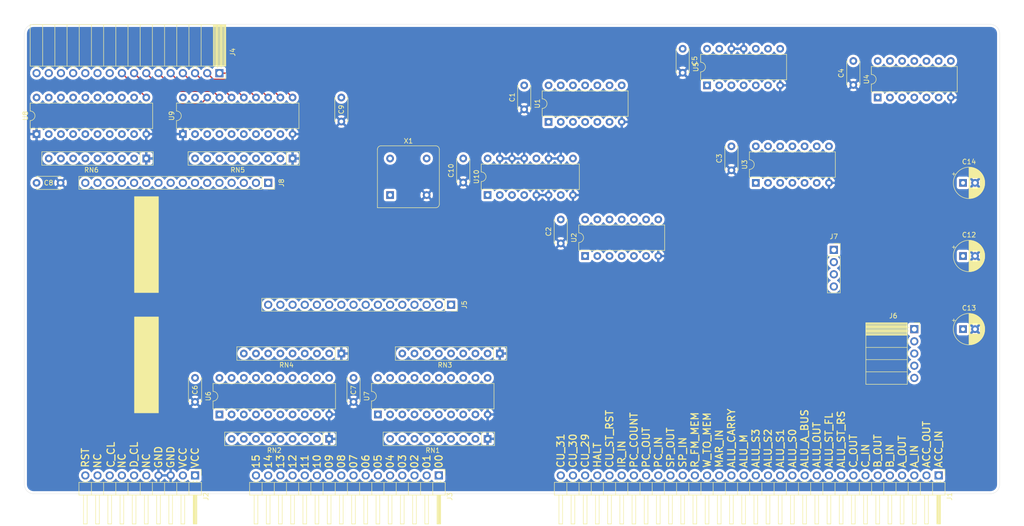
<source format=kicad_pcb>
(kicad_pcb (version 20171130) (host pcbnew "(5.1.5)-3")
  (layers (0 F.Cu signal) (31 B.Cu signal) (34 B.Paste user) (35 F.Paste user) (36 B.SilkS user) (37 F.SilkS user) (38 B.Mask user) (39 F.Mask user) (44 Edge.Cuts user))
  (net 0 "")
  (net 1 GND)
  (net 2 VCC)
  (net 3 /CU_31)
  (net 4 /CU_30)
  (net 5 /CU_29)
  (net 6 /HALT)
  (net 7 /CU_ST_RST)
  (net 8 /IR_IN)
  (net 9 /PC_COUNT)
  (net 10 /PC_OUT)
  (net 11 /PC_IN)
  (net 12 /SP_OUT)
  (net 13 /SP_IN)
  (net 14 /R_FM_MEM)
  (net 15 /W_TO_MEM)
  (net 16 /MAR_IN)
  (net 17 /ALU_CARRY)
  (net 18 /ALU_M)
  (net 19 /ALU_S3)
  (net 20 /ALU_S2)
  (net 21 /ALU_S1)
  (net 22 /ALU_S0)
  (net 23 /ALU_A_BUS)
  (net 24 /ALU_OUT)
  (net 25 /ALU_ST_FL)
  (net 26 /ALU_ST_RS)
  (net 27 /C_OUT)
  (net 28 /C_IN)
  (net 29 /B_OUT)
  (net 30 /B_IN)
  (net 31 /A_OUT)
  (net 32 /A_IN)
  (net 33 /ACC_OUT)
  (net 34 /ACC_IN)
  (net 35 "Net-(J2-Pad5)")
  (net 36 /DATA_CLK)
  (net 37 "Net-(J2-Pad7)")
  (net 38 /CTL_CLK)
  (net 39 "Net-(J2-Pad9)")
  (net 40 /RESET)
  (net 41 /BUS_00)
  (net 42 /BUS_01)
  (net 43 /BUS_02)
  (net 44 /BUS_03)
  (net 45 /BUS_04)
  (net 46 /BUS_05)
  (net 47 /BUS_06)
  (net 48 /BUS_07)
  (net 49 /BUS_08)
  (net 50 /BUS_09)
  (net 51 /BUS_10)
  (net 52 /BUS_11)
  (net 53 /BUS_12)
  (net 54 /BUS_13)
  (net 55 /BUS_14)
  (net 56 /BUS_15)
  (net 57 /MAR_15)
  (net 58 /MAR_14)
  (net 59 /MAR_13)
  (net 60 /MAR_12)
  (net 61 /MAR_11)
  (net 62 /MAR_10)
  (net 63 /MAR_09)
  (net 64 /MAR_08)
  (net 65 /MAR_07)
  (net 66 /MAR_06)
  (net 67 /MAR_05)
  (net 68 /MAR_04)
  (net 69 /MAR_03)
  (net 70 /MAR_02)
  (net 71 /MAR_01)
  (net 72 /MAR_00)
  (net 73 /EXT_ADDR_15)
  (net 74 /EXT_ADDR_14)
  (net 75 /EXT_ADDR_13)
  (net 76 /EXT_ADDR_12)
  (net 77 /EXT_ADDR_11)
  (net 78 /EXT_ADDR_10)
  (net 79 /EXT_ADDR_09)
  (net 80 /EXT_ADDR_08)
  (net 81 /EXT_ADDR_07)
  (net 82 /EXT_ADDR_06)
  (net 83 /EXT_ADDR_05)
  (net 84 /EXT_ADDR_04)
  (net 85 /EXT_ADDR_03)
  (net 86 /EXT_ADDR_02)
  (net 87 /EXT_ADDR_01)
  (net 88 /EXT_ADDR_00)
  (net 89 /CLK_ENABLE)
  (net 90 /EXT_BUS_15)
  (net 91 /EXT_BUS_14)
  (net 92 /EXT_BUS_13)
  (net 93 /EXT_BUS_12)
  (net 94 /EXT_BUS_11)
  (net 95 /EXT_BUS_10)
  (net 96 /EXT_BUS_09)
  (net 97 /EXT_BUS_08)
  (net 98 /EXT_BUS_07)
  (net 99 /EXT_BUS_06)
  (net 100 /EXT_BUS_05)
  (net 101 /EXT_BUS_04)
  (net 102 /EXT_BUS_03)
  (net 103 /EXT_BUS_02)
  (net 104 /EXT_BUS_01)
  (net 105 /EXT_BUS_00)
  (net 106 "Net-(U1-Pad10)")
  (net 107 /SCE_IN)
  (net 108 /SCE_OUT)
  (net 109 "Net-(U1-Pad9)")
  (net 110 "Net-(U3-Pad3)")
  (net 111 "Net-(U5-Pad1)")
  (net 112 /EXT_CLK_IN)
  (net 113 /ENABLE_ADDRESS_BUS_OUTPUT)
  (net 114 /ENABLE_DATA_BUS_OUTPUT)
  (net 115 /CLOCK_SEL)
  (net 116 /W_TO_MEM_SAFE)
  (net 117 /R_FM_MEM_SAFE)
  (net 118 "Net-(U1-Pad13)")
  (net 119 "Net-(U1-Pad5)")
  (net 120 "Net-(U1-Pad11)")
  (net 121 "Net-(U1-Pad1)")
  (net 122 /CHOSEN_CLOCK)
  (net 123 "Net-(U2-Pad6)")
  (net 124 "Net-(U2-Pad2)")
  (net 125 /~ENABLE_ADDRESS_BUS_OUTPUT)
  (net 126 "Net-(U4-Pad13)")
  (net 127 "Net-(U4-Pad10)")
  (net 128 "Net-(U5-Pad13)")
  (net 129 /CRYSTAL)
  (net 130 "Net-(U1-Pad2)")
  (net 131 "Net-(U4-Pad6)")
  (net 132 "Net-(U10-Pad7)")
  (net 133 "Net-(U10-Pad12)")
  (net 134 "Net-(U10-Pad9)")
  (module Oscillator:Oscillator_DIP-8 (layer F.Cu) (at 127 86.36)
    (fp_text reference X1 (at 3.81 -11.26) (layer F.SilkS))
    (fp_text value CXO_DIP8)
    (pad 4 thru_hole circle (at 7.62 0) (size 1.6 1.6) (drill 0.8) (layers *.Cu *.Mask) (net 1 GND))
    (pad 5 thru_hole circle (at 7.62 -7.62) (size 1.6 1.6) (drill 0.8) (layers *.Cu *.Mask) (net 129 /CRYSTAL))
    (pad 8 thru_hole circle (at 0 -7.62) (size 1.6 1.6) (drill 0.8) (layers *.Cu *.Mask) (net 2 VCC))
    (pad 1 thru_hole rect (at 0 0) (size 1.6 1.6) (drill 0.8) (layers *.Cu *.Mask) (net 2 VCC))
  )
  (module Package_DIP:DIP-16_W7.62mm (layer F.Cu) (at 147.32 86.36 90)
    (fp_text reference U10 (at 3.81 -2.33 90) (layer F.SilkS))
    (fp_text value 74HC157)
    (pad 16 thru_hole oval (at 7.62 0 90) (size 1.6 1.6) (drill 0.8) (layers *.Cu *.Mask) (net 2 VCC))
    (pad 8 thru_hole oval (at 0 17.78 90) (size 1.6 1.6) (drill 0.8) (layers *.Cu *.Mask) (net 1 GND))
    (pad 15 thru_hole oval (at 7.62 2.54 90) (size 1.6 1.6) (drill 0.8) (layers *.Cu *.Mask) (net 1 GND))
    (pad 7 thru_hole oval (at 0 15.24 90) (size 1.6 1.6) (drill 0.8) (layers *.Cu *.Mask) (net 132 "Net-(U10-Pad7)"))
    (pad 14 thru_hole oval (at 7.62 5.08 90) (size 1.6 1.6) (drill 0.8) (layers *.Cu *.Mask) (net 1 GND))
    (pad 6 thru_hole oval (at 0 12.7 90) (size 1.6 1.6) (drill 0.8) (layers *.Cu *.Mask) (net 1 GND))
    (pad 13 thru_hole oval (at 7.62 7.62 90) (size 1.6 1.6) (drill 0.8) (layers *.Cu *.Mask) (net 1 GND))
    (pad 5 thru_hole oval (at 0 10.16 90) (size 1.6 1.6) (drill 0.8) (layers *.Cu *.Mask) (net 1 GND))
    (pad 12 thru_hole oval (at 7.62 10.16 90) (size 1.6 1.6) (drill 0.8) (layers *.Cu *.Mask) (net 133 "Net-(U10-Pad12)"))
    (pad 4 thru_hole oval (at 0 7.62 90) (size 1.6 1.6) (drill 0.8) (layers *.Cu *.Mask) (net 122 /CHOSEN_CLOCK))
    (pad 11 thru_hole oval (at 7.62 12.7 90) (size 1.6 1.6) (drill 0.8) (layers *.Cu *.Mask) (net 1 GND))
    (pad 3 thru_hole oval (at 0 5.08 90) (size 1.6 1.6) (drill 0.8) (layers *.Cu *.Mask) (net 129 /CRYSTAL))
    (pad 10 thru_hole oval (at 7.62 15.24 90) (size 1.6 1.6) (drill 0.8) (layers *.Cu *.Mask) (net 1 GND))
    (pad 2 thru_hole oval (at 0 2.54 90) (size 1.6 1.6) (drill 0.8) (layers *.Cu *.Mask) (net 112 /EXT_CLK_IN))
    (pad 9 thru_hole oval (at 7.62 17.78 90) (size 1.6 1.6) (drill 0.8) (layers *.Cu *.Mask) (net 134 "Net-(U10-Pad9)"))
    (pad 1 thru_hole rect (at 0 0 90) (size 1.6 1.6) (drill 0.8) (layers *.Cu *.Mask) (net 115 /CLOCK_SEL))
  )
  (module Package_DIP:DIP-20_W7.62mm (layer F.Cu) (at 83.82 73.66 90)
    (fp_text reference U9 (at 3.81 -2.33 90) (layer F.SilkS))
    (fp_text value 74HC245)
    (pad 20 thru_hole oval (at 7.62 0 90) (size 1.6 1.6) (drill 0.8) (layers *.Cu *.Mask) (net 2 VCC))
    (pad 10 thru_hole oval (at 0 22.86 90) (size 1.6 1.6) (drill 0.8) (layers *.Cu *.Mask) (net 1 GND))
    (pad 19 thru_hole oval (at 7.62 2.54 90) (size 1.6 1.6) (drill 0.8) (layers *.Cu *.Mask) (net 125 /~ENABLE_ADDRESS_BUS_OUTPUT))
    (pad 9 thru_hole oval (at 0 20.32 90) (size 1.6 1.6) (drill 0.8) (layers *.Cu *.Mask) (net 88 /EXT_ADDR_00))
    (pad 18 thru_hole oval (at 7.62 5.08 90) (size 1.6 1.6) (drill 0.8) (layers *.Cu *.Mask) (net 65 /MAR_07))
    (pad 8 thru_hole oval (at 0 17.78 90) (size 1.6 1.6) (drill 0.8) (layers *.Cu *.Mask) (net 87 /EXT_ADDR_01))
    (pad 17 thru_hole oval (at 7.62 7.62 90) (size 1.6 1.6) (drill 0.8) (layers *.Cu *.Mask) (net 66 /MAR_06))
    (pad 7 thru_hole oval (at 0 15.24 90) (size 1.6 1.6) (drill 0.8) (layers *.Cu *.Mask) (net 86 /EXT_ADDR_02))
    (pad 16 thru_hole oval (at 7.62 10.16 90) (size 1.6 1.6) (drill 0.8) (layers *.Cu *.Mask) (net 67 /MAR_05))
    (pad 6 thru_hole oval (at 0 12.7 90) (size 1.6 1.6) (drill 0.8) (layers *.Cu *.Mask) (net 85 /EXT_ADDR_03))
    (pad 15 thru_hole oval (at 7.62 12.7 90) (size 1.6 1.6) (drill 0.8) (layers *.Cu *.Mask) (net 68 /MAR_04))
    (pad 5 thru_hole oval (at 0 10.16 90) (size 1.6 1.6) (drill 0.8) (layers *.Cu *.Mask) (net 84 /EXT_ADDR_04))
    (pad 14 thru_hole oval (at 7.62 15.24 90) (size 1.6 1.6) (drill 0.8) (layers *.Cu *.Mask) (net 69 /MAR_03))
    (pad 4 thru_hole oval (at 0 7.62 90) (size 1.6 1.6) (drill 0.8) (layers *.Cu *.Mask) (net 83 /EXT_ADDR_05))
    (pad 13 thru_hole oval (at 7.62 17.78 90) (size 1.6 1.6) (drill 0.8) (layers *.Cu *.Mask) (net 70 /MAR_02))
    (pad 3 thru_hole oval (at 0 5.08 90) (size 1.6 1.6) (drill 0.8) (layers *.Cu *.Mask) (net 82 /EXT_ADDR_06))
    (pad 12 thru_hole oval (at 7.62 20.32 90) (size 1.6 1.6) (drill 0.8) (layers *.Cu *.Mask) (net 71 /MAR_01))
    (pad 2 thru_hole oval (at 0 2.54 90) (size 1.6 1.6) (drill 0.8) (layers *.Cu *.Mask) (net 81 /EXT_ADDR_07))
    (pad 11 thru_hole oval (at 7.62 22.86 90) (size 1.6 1.6) (drill 0.8) (layers *.Cu *.Mask) (net 72 /MAR_00))
    (pad 1 thru_hole rect (at 0 0 90) (size 1.6 1.6) (drill 0.8) (layers *.Cu *.Mask) (net 1 GND))
  )
  (module Package_DIP:DIP-20_W7.62mm (layer F.Cu) (at 53.34 73.66 90)
    (fp_text reference U8 (at 3.81 -2.33 90) (layer F.SilkS))
    (fp_text value 74HC245)
    (pad 20 thru_hole oval (at 7.62 0 90) (size 1.6 1.6) (drill 0.8) (layers *.Cu *.Mask) (net 2 VCC))
    (pad 10 thru_hole oval (at 0 22.86 90) (size 1.6 1.6) (drill 0.8) (layers *.Cu *.Mask) (net 1 GND))
    (pad 19 thru_hole oval (at 7.62 2.54 90) (size 1.6 1.6) (drill 0.8) (layers *.Cu *.Mask) (net 125 /~ENABLE_ADDRESS_BUS_OUTPUT))
    (pad 9 thru_hole oval (at 0 20.32 90) (size 1.6 1.6) (drill 0.8) (layers *.Cu *.Mask) (net 80 /EXT_ADDR_08))
    (pad 18 thru_hole oval (at 7.62 5.08 90) (size 1.6 1.6) (drill 0.8) (layers *.Cu *.Mask) (net 57 /MAR_15))
    (pad 8 thru_hole oval (at 0 17.78 90) (size 1.6 1.6) (drill 0.8) (layers *.Cu *.Mask) (net 79 /EXT_ADDR_09))
    (pad 17 thru_hole oval (at 7.62 7.62 90) (size 1.6 1.6) (drill 0.8) (layers *.Cu *.Mask) (net 58 /MAR_14))
    (pad 7 thru_hole oval (at 0 15.24 90) (size 1.6 1.6) (drill 0.8) (layers *.Cu *.Mask) (net 78 /EXT_ADDR_10))
    (pad 16 thru_hole oval (at 7.62 10.16 90) (size 1.6 1.6) (drill 0.8) (layers *.Cu *.Mask) (net 59 /MAR_13))
    (pad 6 thru_hole oval (at 0 12.7 90) (size 1.6 1.6) (drill 0.8) (layers *.Cu *.Mask) (net 77 /EXT_ADDR_11))
    (pad 15 thru_hole oval (at 7.62 12.7 90) (size 1.6 1.6) (drill 0.8) (layers *.Cu *.Mask) (net 60 /MAR_12))
    (pad 5 thru_hole oval (at 0 10.16 90) (size 1.6 1.6) (drill 0.8) (layers *.Cu *.Mask) (net 76 /EXT_ADDR_12))
    (pad 14 thru_hole oval (at 7.62 15.24 90) (size 1.6 1.6) (drill 0.8) (layers *.Cu *.Mask) (net 61 /MAR_11))
    (pad 4 thru_hole oval (at 0 7.62 90) (size 1.6 1.6) (drill 0.8) (layers *.Cu *.Mask) (net 75 /EXT_ADDR_13))
    (pad 13 thru_hole oval (at 7.62 17.78 90) (size 1.6 1.6) (drill 0.8) (layers *.Cu *.Mask) (net 62 /MAR_10))
    (pad 3 thru_hole oval (at 0 5.08 90) (size 1.6 1.6) (drill 0.8) (layers *.Cu *.Mask) (net 74 /EXT_ADDR_14))
    (pad 12 thru_hole oval (at 7.62 20.32 90) (size 1.6 1.6) (drill 0.8) (layers *.Cu *.Mask) (net 63 /MAR_09))
    (pad 2 thru_hole oval (at 0 2.54 90) (size 1.6 1.6) (drill 0.8) (layers *.Cu *.Mask) (net 73 /EXT_ADDR_15))
    (pad 11 thru_hole oval (at 7.62 22.86 90) (size 1.6 1.6) (drill 0.8) (layers *.Cu *.Mask) (net 64 /MAR_08))
    (pad 1 thru_hole rect (at 0 0 90) (size 1.6 1.6) (drill 0.8) (layers *.Cu *.Mask) (net 1 GND))
  )
  (module Package_DIP:DIP-20_W7.62mm (layer F.Cu) (at 124.46 132.08 90)
    (fp_text reference U7 (at 3.81 -2.33 90) (layer F.SilkS))
    (fp_text value 74HC245)
    (pad 20 thru_hole oval (at 7.62 0 90) (size 1.6 1.6) (drill 0.8) (layers *.Cu *.Mask) (net 2 VCC))
    (pad 10 thru_hole oval (at 0 22.86 90) (size 1.6 1.6) (drill 0.8) (layers *.Cu *.Mask) (net 1 GND))
    (pad 19 thru_hole oval (at 7.62 2.54 90) (size 1.6 1.6) (drill 0.8) (layers *.Cu *.Mask) (net 111 "Net-(U5-Pad1)"))
    (pad 9 thru_hole oval (at 0 20.32 90) (size 1.6 1.6) (drill 0.8) (layers *.Cu *.Mask) (net 41 /BUS_00))
    (pad 18 thru_hole oval (at 7.62 5.08 90) (size 1.6 1.6) (drill 0.8) (layers *.Cu *.Mask) (net 98 /EXT_BUS_07))
    (pad 8 thru_hole oval (at 0 17.78 90) (size 1.6 1.6) (drill 0.8) (layers *.Cu *.Mask) (net 42 /BUS_01))
    (pad 17 thru_hole oval (at 7.62 7.62 90) (size 1.6 1.6) (drill 0.8) (layers *.Cu *.Mask) (net 99 /EXT_BUS_06))
    (pad 7 thru_hole oval (at 0 15.24 90) (size 1.6 1.6) (drill 0.8) (layers *.Cu *.Mask) (net 43 /BUS_02))
    (pad 16 thru_hole oval (at 7.62 10.16 90) (size 1.6 1.6) (drill 0.8) (layers *.Cu *.Mask) (net 100 /EXT_BUS_05))
    (pad 6 thru_hole oval (at 0 12.7 90) (size 1.6 1.6) (drill 0.8) (layers *.Cu *.Mask) (net 44 /BUS_03))
    (pad 15 thru_hole oval (at 7.62 12.7 90) (size 1.6 1.6) (drill 0.8) (layers *.Cu *.Mask) (net 101 /EXT_BUS_04))
    (pad 5 thru_hole oval (at 0 10.16 90) (size 1.6 1.6) (drill 0.8) (layers *.Cu *.Mask) (net 45 /BUS_04))
    (pad 14 thru_hole oval (at 7.62 15.24 90) (size 1.6 1.6) (drill 0.8) (layers *.Cu *.Mask) (net 102 /EXT_BUS_03))
    (pad 4 thru_hole oval (at 0 7.62 90) (size 1.6 1.6) (drill 0.8) (layers *.Cu *.Mask) (net 46 /BUS_05))
    (pad 13 thru_hole oval (at 7.62 17.78 90) (size 1.6 1.6) (drill 0.8) (layers *.Cu *.Mask) (net 103 /EXT_BUS_02))
    (pad 3 thru_hole oval (at 0 5.08 90) (size 1.6 1.6) (drill 0.8) (layers *.Cu *.Mask) (net 47 /BUS_06))
    (pad 12 thru_hole oval (at 7.62 20.32 90) (size 1.6 1.6) (drill 0.8) (layers *.Cu *.Mask) (net 104 /EXT_BUS_01))
    (pad 2 thru_hole oval (at 0 2.54 90) (size 1.6 1.6) (drill 0.8) (layers *.Cu *.Mask) (net 48 /BUS_07))
    (pad 11 thru_hole oval (at 7.62 22.86 90) (size 1.6 1.6) (drill 0.8) (layers *.Cu *.Mask) (net 105 /EXT_BUS_00))
    (pad 1 thru_hole rect (at 0 0 90) (size 1.6 1.6) (drill 0.8) (layers *.Cu *.Mask) (net 116 /W_TO_MEM_SAFE))
  )
  (module Package_DIP:DIP-20_W7.62mm (layer F.Cu) (at 91.44 132.08 90)
    (fp_text reference U6 (at 3.81 -2.33 90) (layer F.SilkS))
    (fp_text value 74HC245)
    (pad 20 thru_hole oval (at 7.62 0 90) (size 1.6 1.6) (drill 0.8) (layers *.Cu *.Mask) (net 2 VCC))
    (pad 10 thru_hole oval (at 0 22.86 90) (size 1.6 1.6) (drill 0.8) (layers *.Cu *.Mask) (net 1 GND))
    (pad 19 thru_hole oval (at 7.62 2.54 90) (size 1.6 1.6) (drill 0.8) (layers *.Cu *.Mask) (net 111 "Net-(U5-Pad1)"))
    (pad 9 thru_hole oval (at 0 20.32 90) (size 1.6 1.6) (drill 0.8) (layers *.Cu *.Mask) (net 49 /BUS_08))
    (pad 18 thru_hole oval (at 7.62 5.08 90) (size 1.6 1.6) (drill 0.8) (layers *.Cu *.Mask) (net 90 /EXT_BUS_15))
    (pad 8 thru_hole oval (at 0 17.78 90) (size 1.6 1.6) (drill 0.8) (layers *.Cu *.Mask) (net 50 /BUS_09))
    (pad 17 thru_hole oval (at 7.62 7.62 90) (size 1.6 1.6) (drill 0.8) (layers *.Cu *.Mask) (net 91 /EXT_BUS_14))
    (pad 7 thru_hole oval (at 0 15.24 90) (size 1.6 1.6) (drill 0.8) (layers *.Cu *.Mask) (net 51 /BUS_10))
    (pad 16 thru_hole oval (at 7.62 10.16 90) (size 1.6 1.6) (drill 0.8) (layers *.Cu *.Mask) (net 92 /EXT_BUS_13))
    (pad 6 thru_hole oval (at 0 12.7 90) (size 1.6 1.6) (drill 0.8) (layers *.Cu *.Mask) (net 52 /BUS_11))
    (pad 15 thru_hole oval (at 7.62 12.7 90) (size 1.6 1.6) (drill 0.8) (layers *.Cu *.Mask) (net 93 /EXT_BUS_12))
    (pad 5 thru_hole oval (at 0 10.16 90) (size 1.6 1.6) (drill 0.8) (layers *.Cu *.Mask) (net 53 /BUS_12))
    (pad 14 thru_hole oval (at 7.62 15.24 90) (size 1.6 1.6) (drill 0.8) (layers *.Cu *.Mask) (net 94 /EXT_BUS_11))
    (pad 4 thru_hole oval (at 0 7.62 90) (size 1.6 1.6) (drill 0.8) (layers *.Cu *.Mask) (net 54 /BUS_13))
    (pad 13 thru_hole oval (at 7.62 17.78 90) (size 1.6 1.6) (drill 0.8) (layers *.Cu *.Mask) (net 95 /EXT_BUS_10))
    (pad 3 thru_hole oval (at 0 5.08 90) (size 1.6 1.6) (drill 0.8) (layers *.Cu *.Mask) (net 55 /BUS_14))
    (pad 12 thru_hole oval (at 7.62 20.32 90) (size 1.6 1.6) (drill 0.8) (layers *.Cu *.Mask) (net 96 /EXT_BUS_09))
    (pad 2 thru_hole oval (at 0 2.54 90) (size 1.6 1.6) (drill 0.8) (layers *.Cu *.Mask) (net 56 /BUS_15))
    (pad 11 thru_hole oval (at 7.62 22.86 90) (size 1.6 1.6) (drill 0.8) (layers *.Cu *.Mask) (net 97 /EXT_BUS_08))
    (pad 1 thru_hole rect (at 0 0 90) (size 1.6 1.6) (drill 0.8) (layers *.Cu *.Mask) (net 116 /W_TO_MEM_SAFE))
  )
  (module Package_DIP:DIP-14_W7.62mm (layer F.Cu) (at 193.04 63.5 90)
    (fp_text reference U5 (at 3.81 -2.33 90) (layer F.SilkS))
    (fp_text value 74HC02)
    (pad 14 thru_hole oval (at 7.62 0 90) (size 1.6 1.6) (drill 0.8) (layers *.Cu *.Mask) (net 2 VCC))
    (pad 7 thru_hole oval (at 0 15.24 90) (size 1.6 1.6) (drill 0.8) (layers *.Cu *.Mask) (net 1 GND))
    (pad 13 thru_hole oval (at 7.62 2.54 90) (size 1.6 1.6) (drill 0.8) (layers *.Cu *.Mask) (net 128 "Net-(U5-Pad13)"))
    (pad 6 thru_hole oval (at 0 12.7 90) (size 1.6 1.6) (drill 0.8) (layers *.Cu *.Mask) (net 15 /W_TO_MEM))
    (pad 12 thru_hole oval (at 7.62 5.08 90) (size 1.6 1.6) (drill 0.8) (layers *.Cu *.Mask) (net 1 GND))
    (pad 5 thru_hole oval (at 0 10.16 90) (size 1.6 1.6) (drill 0.8) (layers *.Cu *.Mask) (net 15 /W_TO_MEM))
    (pad 11 thru_hole oval (at 7.62 7.62 90) (size 1.6 1.6) (drill 0.8) (layers *.Cu *.Mask) (net 1 GND))
    (pad 4 thru_hole oval (at 0 7.62 90) (size 1.6 1.6) (drill 0.8) (layers *.Cu *.Mask) (net 126 "Net-(U4-Pad13)"))
    (pad 10 thru_hole oval (at 7.62 10.16 90) (size 1.6 1.6) (drill 0.8) (layers *.Cu *.Mask) (net 127 "Net-(U4-Pad10)"))
    (pad 3 thru_hole oval (at 0 5.08 90) (size 1.6 1.6) (drill 0.8) (layers *.Cu *.Mask) (net 131 "Net-(U4-Pad6)"))
    (pad 9 thru_hole oval (at 7.62 12.7 90) (size 1.6 1.6) (drill 0.8) (layers *.Cu *.Mask) (net 14 /R_FM_MEM))
    (pad 2 thru_hole oval (at 0 2.54 90) (size 1.6 1.6) (drill 0.8) (layers *.Cu *.Mask) (net 117 /R_FM_MEM_SAFE))
    (pad 8 thru_hole oval (at 7.62 15.24 90) (size 1.6 1.6) (drill 0.8) (layers *.Cu *.Mask) (net 14 /R_FM_MEM))
    (pad 1 thru_hole rect (at 0 0 90) (size 1.6 1.6) (drill 0.8) (layers *.Cu *.Mask) (net 111 "Net-(U5-Pad1)"))
  )
  (module Package_DIP:DIP-14_W7.62mm (layer F.Cu) (at 228.6 66.04 90)
    (fp_text reference U4 (at 3.81 -2.33 90) (layer F.SilkS))
    (fp_text value 74HC08)
    (pad 14 thru_hole oval (at 7.62 0 90) (size 1.6 1.6) (drill 0.8) (layers *.Cu *.Mask) (net 2 VCC))
    (pad 7 thru_hole oval (at 0 15.24 90) (size 1.6 1.6) (drill 0.8) (layers *.Cu *.Mask) (net 1 GND))
    (pad 13 thru_hole oval (at 7.62 2.54 90) (size 1.6 1.6) (drill 0.8) (layers *.Cu *.Mask) (net 126 "Net-(U4-Pad13)"))
    (pad 6 thru_hole oval (at 0 12.7 90) (size 1.6 1.6) (drill 0.8) (layers *.Cu *.Mask) (net 131 "Net-(U4-Pad6)"))
    (pad 12 thru_hole oval (at 7.62 5.08 90) (size 1.6 1.6) (drill 0.8) (layers *.Cu *.Mask) (net 14 /R_FM_MEM))
    (pad 5 thru_hole oval (at 0 10.16 90) (size 1.6 1.6) (drill 0.8) (layers *.Cu *.Mask) (net 114 /ENABLE_DATA_BUS_OUTPUT))
    (pad 11 thru_hole oval (at 7.62 7.62 90) (size 1.6 1.6) (drill 0.8) (layers *.Cu *.Mask) (net 117 /R_FM_MEM_SAFE))
    (pad 4 thru_hole oval (at 0 7.62 90) (size 1.6 1.6) (drill 0.8) (layers *.Cu *.Mask) (net 116 /W_TO_MEM_SAFE))
    (pad 10 thru_hole oval (at 7.62 10.16 90) (size 1.6 1.6) (drill 0.8) (layers *.Cu *.Mask) (net 127 "Net-(U4-Pad10)"))
    (pad 3 thru_hole oval (at 0 5.08 90) (size 1.6 1.6) (drill 0.8) (layers *.Cu *.Mask) (net 36 /DATA_CLK))
    (pad 9 thru_hole oval (at 7.62 12.7 90) (size 1.6 1.6) (drill 0.8) (layers *.Cu *.Mask) (net 15 /W_TO_MEM))
    (pad 2 thru_hole oval (at 0 2.54 90) (size 1.6 1.6) (drill 0.8) (layers *.Cu *.Mask) (net 122 /CHOSEN_CLOCK))
    (pad 8 thru_hole oval (at 7.62 15.24 90) (size 1.6 1.6) (drill 0.8) (layers *.Cu *.Mask) (net 116 /W_TO_MEM_SAFE))
    (pad 1 thru_hole rect (at 0 0 90) (size 1.6 1.6) (drill 0.8) (layers *.Cu *.Mask) (net 120 "Net-(U1-Pad11)"))
  )
  (module Package_DIP:DIP-14_W7.62mm (layer F.Cu) (at 203.2 83.82 90)
    (fp_text reference U3 (at 3.81 -2.33 90) (layer F.SilkS))
    (fp_text value 74HC08)
    (pad 14 thru_hole oval (at 7.62 0 90) (size 1.6 1.6) (drill 0.8) (layers *.Cu *.Mask) (net 2 VCC))
    (pad 7 thru_hole oval (at 0 15.24 90) (size 1.6 1.6) (drill 0.8) (layers *.Cu *.Mask) (net 1 GND))
    (pad 13 thru_hole oval (at 7.62 2.54 90) (size 1.6 1.6) (drill 0.8) (layers *.Cu *.Mask) (net 109 "Net-(U1-Pad9)"))
    (pad 6 thru_hole oval (at 0 12.7 90) (size 1.6 1.6) (drill 0.8) (layers *.Cu *.Mask) (net 107 /SCE_IN))
    (pad 12 thru_hole oval (at 7.62 5.08 90) (size 1.6 1.6) (drill 0.8) (layers *.Cu *.Mask) (net 130 "Net-(U1-Pad2)"))
    (pad 5 thru_hole oval (at 0 10.16 90) (size 1.6 1.6) (drill 0.8) (layers *.Cu *.Mask) (net 123 "Net-(U2-Pad6)"))
    (pad 11 thru_hole oval (at 7.62 7.62 90) (size 1.6 1.6) (drill 0.8) (layers *.Cu *.Mask) (net 119 "Net-(U1-Pad5)"))
    (pad 4 thru_hole oval (at 0 7.62 90) (size 1.6 1.6) (drill 0.8) (layers *.Cu *.Mask) (net 110 "Net-(U3-Pad3)"))
    (pad 10 thru_hole oval (at 7.62 10.16 90) (size 1.6 1.6) (drill 0.8) (layers *.Cu *.Mask) (net 122 /CHOSEN_CLOCK))
    (pad 3 thru_hole oval (at 0 5.08 90) (size 1.6 1.6) (drill 0.8) (layers *.Cu *.Mask) (net 110 "Net-(U3-Pad3)"))
    (pad 9 thru_hole oval (at 7.62 12.7 90) (size 1.6 1.6) (drill 0.8) (layers *.Cu *.Mask) (net 121 "Net-(U1-Pad1)"))
    (pad 2 thru_hole oval (at 0 2.54 90) (size 1.6 1.6) (drill 0.8) (layers *.Cu *.Mask) (net 89 /CLK_ENABLE))
    (pad 8 thru_hole oval (at 7.62 15.24 90) (size 1.6 1.6) (drill 0.8) (layers *.Cu *.Mask) (net 108 /SCE_OUT))
    (pad 1 thru_hole rect (at 0 0 90) (size 1.6 1.6) (drill 0.8) (layers *.Cu *.Mask) (net 124 "Net-(U2-Pad2)"))
  )
  (module Package_DIP:DIP-14_W7.62mm (layer F.Cu) (at 167.64 99.06 90)
    (fp_text reference U2 (at 3.81 -2.33 90) (layer F.SilkS))
    (fp_text value 74HC04)
    (pad 14 thru_hole oval (at 7.62 0 90) (size 1.6 1.6) (drill 0.8) (layers *.Cu *.Mask) (net 2 VCC))
    (pad 7 thru_hole oval (at 0 15.24 90) (size 1.6 1.6) (drill 0.8) (layers *.Cu *.Mask) (net 1 GND))
    (pad 13 thru_hole oval (at 7.62 2.54 90) (size 1.6 1.6) (drill 0.8) (layers *.Cu *.Mask) (net 122 /CHOSEN_CLOCK))
    (pad 6 thru_hole oval (at 0 12.7 90) (size 1.6 1.6) (drill 0.8) (layers *.Cu *.Mask) (net 123 "Net-(U2-Pad6)"))
    (pad 12 thru_hole oval (at 7.62 5.08 90) (size 1.6 1.6) (drill 0.8) (layers *.Cu *.Mask) (net 109 "Net-(U1-Pad9)"))
    (pad 5 thru_hole oval (at 0 10.16 90) (size 1.6 1.6) (drill 0.8) (layers *.Cu *.Mask) (net 40 /RESET))
    (pad 11 thru_hole oval (at 7.62 7.62 90) (size 1.6 1.6) (drill 0.8) (layers *.Cu *.Mask) (net 107 /SCE_IN))
    (pad 4 thru_hole oval (at 0 7.62 90) (size 1.6 1.6) (drill 0.8) (layers *.Cu *.Mask) (net 38 /CTL_CLK))
    (pad 10 thru_hole oval (at 7.62 10.16 90) (size 1.6 1.6) (drill 0.8) (layers *.Cu *.Mask) (net 130 "Net-(U1-Pad2)"))
    (pad 3 thru_hole oval (at 0 5.08 90) (size 1.6 1.6) (drill 0.8) (layers *.Cu *.Mask) (net 36 /DATA_CLK))
    (pad 9 thru_hole oval (at 7.62 12.7 90) (size 1.6 1.6) (drill 0.8) (layers *.Cu *.Mask) (net 113 /ENABLE_ADDRESS_BUS_OUTPUT))
    (pad 2 thru_hole oval (at 0 2.54 90) (size 1.6 1.6) (drill 0.8) (layers *.Cu *.Mask) (net 124 "Net-(U2-Pad2)"))
    (pad 8 thru_hole oval (at 7.62 15.24 90) (size 1.6 1.6) (drill 0.8) (layers *.Cu *.Mask) (net 125 /~ENABLE_ADDRESS_BUS_OUTPUT))
    (pad 1 thru_hole rect (at 0 0 90) (size 1.6 1.6) (drill 0.8) (layers *.Cu *.Mask) (net 6 /HALT))
  )
  (module Package_DIP:DIP-14_W7.62mm (layer F.Cu) (at 160.02 71.12 90)
    (fp_text reference U1 (at 3.81 -2.33 90) (layer F.SilkS))
    (fp_text value 74HC02)
    (pad 14 thru_hole oval (at 7.62 0 90) (size 1.6 1.6) (drill 0.8) (layers *.Cu *.Mask) (net 2 VCC))
    (pad 7 thru_hole oval (at 0 15.24 90) (size 1.6 1.6) (drill 0.8) (layers *.Cu *.Mask) (net 1 GND))
    (pad 13 thru_hole oval (at 7.62 2.54 90) (size 1.6 1.6) (drill 0.8) (layers *.Cu *.Mask) (net 118 "Net-(U1-Pad13)"))
    (pad 6 thru_hole oval (at 0 12.7 90) (size 1.6 1.6) (drill 0.8) (layers *.Cu *.Mask) (net 118 "Net-(U1-Pad13)"))
    (pad 12 thru_hole oval (at 7.62 5.08 90) (size 1.6 1.6) (drill 0.8) (layers *.Cu *.Mask) (net 108 /SCE_OUT))
    (pad 5 thru_hole oval (at 0 10.16 90) (size 1.6 1.6) (drill 0.8) (layers *.Cu *.Mask) (net 119 "Net-(U1-Pad5)"))
    (pad 11 thru_hole oval (at 7.62 7.62 90) (size 1.6 1.6) (drill 0.8) (layers *.Cu *.Mask) (net 120 "Net-(U1-Pad11)"))
    (pad 4 thru_hole oval (at 0 7.62 90) (size 1.6 1.6) (drill 0.8) (layers *.Cu *.Mask) (net 120 "Net-(U1-Pad11)"))
    (pad 10 thru_hole oval (at 7.62 10.16 90) (size 1.6 1.6) (drill 0.8) (layers *.Cu *.Mask) (net 106 "Net-(U1-Pad10)"))
    (pad 3 thru_hole oval (at 0 5.08 90) (size 1.6 1.6) (drill 0.8) (layers *.Cu *.Mask) (net 106 "Net-(U1-Pad10)"))
    (pad 9 thru_hole oval (at 7.62 12.7 90) (size 1.6 1.6) (drill 0.8) (layers *.Cu *.Mask) (net 109 "Net-(U1-Pad9)"))
    (pad 2 thru_hole oval (at 0 2.54 90) (size 1.6 1.6) (drill 0.8) (layers *.Cu *.Mask) (net 130 "Net-(U1-Pad2)"))
    (pad 8 thru_hole oval (at 7.62 15.24 90) (size 1.6 1.6) (drill 0.8) (layers *.Cu *.Mask) (net 121 "Net-(U1-Pad1)"))
    (pad 1 thru_hole rect (at 0 0 90) (size 1.6 1.6) (drill 0.8) (layers *.Cu *.Mask) (net 121 "Net-(U1-Pad1)"))
  )
  (module Connector_PinSocket_2.54mm:PinSocket_1x16_P2.54mm_Vertical (layer F.Cu) (at 101.6 83.82 270)
    (fp_text reference J8 (at 0 -2.77 90) (layer F.SilkS))
    (fp_text value EXT_ADDR)
    (pad 16 thru_hole oval (at 0 38.1 270) (size 1.7 1.7) (drill 1) (layers *.Cu *.Mask) (net 73 /EXT_ADDR_15))
    (pad 15 thru_hole oval (at 0 35.56 270) (size 1.7 1.7) (drill 1) (layers *.Cu *.Mask) (net 74 /EXT_ADDR_14))
    (pad 14 thru_hole oval (at 0 33.02 270) (size 1.7 1.7) (drill 1) (layers *.Cu *.Mask) (net 75 /EXT_ADDR_13))
    (pad 13 thru_hole oval (at 0 30.48 270) (size 1.7 1.7) (drill 1) (layers *.Cu *.Mask) (net 76 /EXT_ADDR_12))
    (pad 12 thru_hole oval (at 0 27.94 270) (size 1.7 1.7) (drill 1) (layers *.Cu *.Mask) (net 77 /EXT_ADDR_11))
    (pad 11 thru_hole oval (at 0 25.4 270) (size 1.7 1.7) (drill 1) (layers *.Cu *.Mask) (net 78 /EXT_ADDR_10))
    (pad 10 thru_hole oval (at 0 22.86 270) (size 1.7 1.7) (drill 1) (layers *.Cu *.Mask) (net 79 /EXT_ADDR_09))
    (pad 9 thru_hole oval (at 0 20.32 270) (size 1.7 1.7) (drill 1) (layers *.Cu *.Mask) (net 80 /EXT_ADDR_08))
    (pad 8 thru_hole oval (at 0 17.78 270) (size 1.7 1.7) (drill 1) (layers *.Cu *.Mask) (net 81 /EXT_ADDR_07))
    (pad 7 thru_hole oval (at 0 15.24 270) (size 1.7 1.7) (drill 1) (layers *.Cu *.Mask) (net 82 /EXT_ADDR_06))
    (pad 6 thru_hole oval (at 0 12.7 270) (size 1.7 1.7) (drill 1) (layers *.Cu *.Mask) (net 83 /EXT_ADDR_05))
    (pad 5 thru_hole oval (at 0 10.16 270) (size 1.7 1.7) (drill 1) (layers *.Cu *.Mask) (net 84 /EXT_ADDR_04))
    (pad 4 thru_hole oval (at 0 7.62 270) (size 1.7 1.7) (drill 1) (layers *.Cu *.Mask) (net 85 /EXT_ADDR_03))
    (pad 3 thru_hole oval (at 0 5.08 270) (size 1.7 1.7) (drill 1) (layers *.Cu *.Mask) (net 86 /EXT_ADDR_02))
    (pad 2 thru_hole oval (at 0 2.54 270) (size 1.7 1.7) (drill 1) (layers *.Cu *.Mask) (net 87 /EXT_ADDR_01))
    (pad 1 thru_hole rect (at 0 0 270) (size 1.7 1.7) (drill 1) (layers *.Cu *.Mask) (net 88 /EXT_ADDR_00))
  )
  (module Connector_PinSocket_2.54mm:PinSocket_1x04_P2.54mm_Vertical (layer F.Cu) (at 219.456 97.79)
    (fp_text reference J7 (at 0 -2.77) (layer F.SilkS))
    (fp_text value CLOCK_RWMEM_OUT)
    (pad 4 thru_hole oval (at 0 7.62) (size 1.7 1.7) (drill 1) (layers *.Cu *.Mask) (net 116 /W_TO_MEM_SAFE))
    (pad 3 thru_hole oval (at 0 5.08) (size 1.7 1.7) (drill 1) (layers *.Cu *.Mask) (net 117 /R_FM_MEM_SAFE))
    (pad 2 thru_hole oval (at 0 2.54) (size 1.7 1.7) (drill 1) (layers *.Cu *.Mask) (net 38 /CTL_CLK))
    (pad 1 thru_hole rect (at 0 0) (size 1.7 1.7) (drill 1) (layers *.Cu *.Mask) (net 36 /DATA_CLK))
  )
  (module Connector_PinSocket_2.54mm:PinSocket_1x16_P2.54mm_Vertical (layer F.Cu) (at 139.7 109.22 270)
    (fp_text reference J5 (at 0 -2.77 90) (layer F.SilkS))
    (fp_text value EXT_BUS)
    (pad 1 thru_hole rect (at 0 0 270) (size 1.7 1.7) (drill 1) (layers *.Cu *.Mask) (net 105 /EXT_BUS_00))
    (pad 2 thru_hole oval (at 0 2.54 270) (size 1.7 1.7) (drill 1) (layers *.Cu *.Mask) (net 104 /EXT_BUS_01))
    (pad 3 thru_hole oval (at 0 5.08 270) (size 1.7 1.7) (drill 1) (layers *.Cu *.Mask) (net 103 /EXT_BUS_02))
    (pad 4 thru_hole oval (at 0 7.62 270) (size 1.7 1.7) (drill 1) (layers *.Cu *.Mask) (net 102 /EXT_BUS_03))
    (pad 5 thru_hole oval (at 0 10.16 270) (size 1.7 1.7) (drill 1) (layers *.Cu *.Mask) (net 101 /EXT_BUS_04))
    (pad 6 thru_hole oval (at 0 12.7 270) (size 1.7 1.7) (drill 1) (layers *.Cu *.Mask) (net 100 /EXT_BUS_05))
    (pad 7 thru_hole oval (at 0 15.24 270) (size 1.7 1.7) (drill 1) (layers *.Cu *.Mask) (net 99 /EXT_BUS_06))
    (pad 8 thru_hole oval (at 0 17.78 270) (size 1.7 1.7) (drill 1) (layers *.Cu *.Mask) (net 98 /EXT_BUS_07))
    (pad 9 thru_hole oval (at 0 20.32 270) (size 1.7 1.7) (drill 1) (layers *.Cu *.Mask) (net 97 /EXT_BUS_08))
    (pad 10 thru_hole oval (at 0 22.86 270) (size 1.7 1.7) (drill 1) (layers *.Cu *.Mask) (net 96 /EXT_BUS_09))
    (pad 11 thru_hole oval (at 0 25.4 270) (size 1.7 1.7) (drill 1) (layers *.Cu *.Mask) (net 95 /EXT_BUS_10))
    (pad 12 thru_hole oval (at 0 27.94 270) (size 1.7 1.7) (drill 1) (layers *.Cu *.Mask) (net 94 /EXT_BUS_11))
    (pad 13 thru_hole oval (at 0 30.48 270) (size 1.7 1.7) (drill 1) (layers *.Cu *.Mask) (net 93 /EXT_BUS_12))
    (pad 14 thru_hole oval (at 0 33.02 270) (size 1.7 1.7) (drill 1) (layers *.Cu *.Mask) (net 92 /EXT_BUS_13))
    (pad 15 thru_hole oval (at 0 35.56 270) (size 1.7 1.7) (drill 1) (layers *.Cu *.Mask) (net 91 /EXT_BUS_14))
    (pad 16 thru_hole oval (at 0 38.1 270) (size 1.7 1.7) (drill 1) (layers *.Cu *.Mask) (net 90 /EXT_BUS_15))
  )
  (module sixteen-bit-computer:bus-connection (layer F.Cu) (at 137.16 144.78 270)
    (fp_text reference J3 (at 4.385 -2.27 90) (layer F.SilkS))
    (fp_text value Bus_connection)
    (fp_text user 00 (at -2.921 0 270) (layer F.SilkS) (effects (font (size 1.5 1.5) (thickness 0.25))))
    (fp_text user 01 (at -2.921 2.54 270) (layer F.SilkS) (effects (font (size 1.5 1.5) (thickness 0.25))))
    (fp_text user 02 (at -2.921 5.08 270) (layer F.SilkS) (effects (font (size 1.5 1.5) (thickness 0.25))))
    (fp_text user 03 (at -2.921 7.62 90) (layer F.SilkS) (effects (font (size 1.5 1.5) (thickness 0.25))))
    (fp_text user 04 (at -2.921 10.16 90) (layer F.SilkS) (effects (font (size 1.5 1.5) (thickness 0.25))))
    (fp_text user 05 (at -2.921 12.7 90) (layer F.SilkS) (effects (font (size 1.5 1.5) (thickness 0.25))))
    (fp_text user 06 (at -2.921 15.24 90) (layer F.SilkS) (effects (font (size 1.5 1.5) (thickness 0.25))))
    (fp_text user 07 (at -2.921 17.78 90) (layer F.SilkS) (effects (font (size 1.5 1.5) (thickness 0.25))))
    (fp_text user 08 (at -2.921 20.32 90) (layer F.SilkS) (effects (font (size 1.5 1.5) (thickness 0.25))))
    (fp_text user 09 (at -2.921 22.86 90) (layer F.SilkS) (effects (font (size 1.5 1.5) (thickness 0.25))))
    (fp_text user 10 (at -2.921 25.4 90) (layer F.SilkS) (effects (font (size 1.5 1.5) (thickness 0.25))))
    (fp_text user 11 (at -2.921 27.94 90) (layer F.SilkS) (effects (font (size 1.5 1.5) (thickness 0.25))))
    (fp_text user 12 (at -2.921 30.48 90) (layer F.SilkS) (effects (font (size 1.5 1.5) (thickness 0.25))))
    (fp_text user 13 (at -2.921 33.02 90) (layer F.SilkS) (effects (font (size 1.5 1.5) (thickness 0.25))))
    (fp_text user 14 (at -2.921 35.56 90) (layer F.SilkS) (effects (font (size 1.5 1.5) (thickness 0.25))))
    (fp_text user 15 (at -2.921 38.1 90) (layer F.SilkS) (effects (font (size 1.5 1.5) (thickness 0.25))))
    (pad 1 thru_hole rect (at 0 0 270) (size 1.7 1.7) (drill 1) (layers *.Cu *.Mask) (net 41 /BUS_00))
    (pad 2 thru_hole oval (at 0 2.54 270) (size 1.7 1.7) (drill 1) (layers *.Cu *.Mask) (net 42 /BUS_01))
    (pad 3 thru_hole oval (at 0 5.08 270) (size 1.7 1.7) (drill 1) (layers *.Cu *.Mask) (net 43 /BUS_02))
    (pad 4 thru_hole oval (at 0 7.62 270) (size 1.7 1.7) (drill 1) (layers *.Cu *.Mask) (net 44 /BUS_03))
    (pad 5 thru_hole oval (at 0 10.16 270) (size 1.7 1.7) (drill 1) (layers *.Cu *.Mask) (net 45 /BUS_04))
    (pad 6 thru_hole oval (at 0 12.7 270) (size 1.7 1.7) (drill 1) (layers *.Cu *.Mask) (net 46 /BUS_05))
    (pad 7 thru_hole oval (at 0 15.24 270) (size 1.7 1.7) (drill 1) (layers *.Cu *.Mask) (net 47 /BUS_06))
    (pad 8 thru_hole oval (at 0 17.78 270) (size 1.7 1.7) (drill 1) (layers *.Cu *.Mask) (net 48 /BUS_07))
    (pad 9 thru_hole oval (at 0 20.32 270) (size 1.7 1.7) (drill 1) (layers *.Cu *.Mask) (net 49 /BUS_08))
    (pad 10 thru_hole oval (at 0 22.86 270) (size 1.7 1.7) (drill 1) (layers *.Cu *.Mask) (net 50 /BUS_09))
    (pad 11 thru_hole oval (at 0 25.4 270) (size 1.7 1.7) (drill 1) (layers *.Cu *.Mask) (net 51 /BUS_10))
    (pad 12 thru_hole oval (at 0 27.94 270) (size 1.7 1.7) (drill 1) (layers *.Cu *.Mask) (net 52 /BUS_11))
    (pad 13 thru_hole oval (at 0 30.48 270) (size 1.7 1.7) (drill 1) (layers *.Cu *.Mask) (net 53 /BUS_12))
    (pad 14 thru_hole oval (at 0 33.02 270) (size 1.7 1.7) (drill 1) (layers *.Cu *.Mask) (net 54 /BUS_13))
    (pad 15 thru_hole oval (at 0 35.56 270) (size 1.7 1.7) (drill 1) (layers *.Cu *.Mask) (net 55 /BUS_14))
    (pad 16 thru_hole oval (at 0 38.1 270) (size 1.7 1.7) (drill 1) (layers *.Cu *.Mask) (net 56 /BUS_15))
  )
  (module sixteen-bit-computer:aux-connection (layer F.Cu) (at 86.36 144.78 270)
    (fp_text reference J2 (at 4.385 -2.27 90) (layer F.SilkS))
    (fp_text value Aux_connection)
    (fp_text user VCC (at -3.683 0 90) (layer F.SilkS) (effects (font (size 1.5 1.5) (thickness 0.25))))
    (fp_text user VCC (at -3.683 2.54 90) (layer F.SilkS) (effects (font (size 1.5 1.5) (thickness 0.25))))
    (fp_text user GND (at -3.81 5.08 90) (layer F.SilkS) (effects (font (size 1.5 1.5) (thickness 0.25))))
    (fp_text user GND (at -3.81 7.62 90) (layer F.SilkS) (effects (font (size 1.5 1.5) (thickness 0.25))))
    (fp_text user NC (at -3.048 10.16 90) (layer F.SilkS) (effects (font (size 1.5 1.5) (thickness 0.25))))
    (fp_text user NC (at -3.048 15.24 90) (layer F.SilkS) (effects (font (size 1.5 1.5) (thickness 0.25))))
    (fp_text user NC (at -3.048 20.32 90) (layer F.SilkS) (effects (font (size 1.5 1.5) (thickness 0.25))))
    (fp_text user D_CL (at -4.318 12.7 90) (layer F.SilkS) (effects (font (size 1.5 1.5) (thickness 0.25))))
    (fp_text user C_CL (at -4.318 17.526 90) (layer F.SilkS) (effects (font (size 1.5 1.5) (thickness 0.25))))
    (fp_text user RST (at -3.683 22.86 90) (layer F.SilkS) (effects (font (size 1.5 1.5) (thickness 0.25))))
    (pad 1 thru_hole rect (at 0 0 270) (size 1.7 1.7) (drill 1) (layers *.Cu *.Mask) (net 2 VCC))
    (pad 2 thru_hole oval (at 0 2.54 270) (size 1.7 1.7) (drill 1) (layers *.Cu *.Mask) (net 2 VCC))
    (pad 3 thru_hole oval (at 0 5.08 270) (size 1.7 1.7) (drill 1) (layers *.Cu *.Mask) (net 1 GND))
    (pad 4 thru_hole oval (at 0 7.62 270) (size 1.7 1.7) (drill 1) (layers *.Cu *.Mask) (net 1 GND))
    (pad 5 thru_hole oval (at 0 10.16 270) (size 1.7 1.7) (drill 1) (layers *.Cu *.Mask) (net 35 "Net-(J2-Pad5)"))
    (pad 6 thru_hole oval (at 0 12.7 270) (size 1.7 1.7) (drill 1) (layers *.Cu *.Mask) (net 36 /DATA_CLK))
    (pad 7 thru_hole oval (at 0 15.24 270) (size 1.7 1.7) (drill 1) (layers *.Cu *.Mask) (net 37 "Net-(J2-Pad7)"))
    (pad 8 thru_hole oval (at 0 17.78 270) (size 1.7 1.7) (drill 1) (layers *.Cu *.Mask) (net 38 /CTL_CLK))
    (pad 9 thru_hole oval (at 0 20.32 270) (size 1.7 1.7) (drill 1) (layers *.Cu *.Mask) (net 39 "Net-(J2-Pad9)"))
    (pad 10 thru_hole oval (at 0 22.86 270) (size 1.7 1.7) (drill 1) (layers *.Cu *.Mask) (net 40 /RESET))
  )
  (module sixteen-bit-computer:backplane-connector-single-row-annotated (layer F.Cu) (at 241.3 144.78 270)
    (fp_text reference J1 (at 4.385 -2.27 90) (layer F.SilkS))
    (fp_text value Control_signal_backplane)
    (fp_text user CU_31 (at -5.155715 78.74 90) (layer F.SilkS) (effects (font (size 1.5 1.5) (thickness 0.25))))
    (fp_text user CU_30 (at -5.155715 76.2 90) (layer F.SilkS) (effects (font (size 1.5 1.5) (thickness 0.25))))
    (fp_text user CU_29 (at -5.155715 73.66 90) (layer F.SilkS) (effects (font (size 1.5 1.5) (thickness 0.25))))
    (fp_text user HALT (at -4.227143 71.12 90) (layer F.SilkS) (effects (font (size 1.5 1.5) (thickness 0.25))))
    (fp_text user CU_ST_RST (at -7.62 68.58 90) (layer F.SilkS) (effects (font (size 1.5 1.5) (thickness 0.25))))
    (fp_text user IR_IN (at -4.441429 66.04 90) (layer F.SilkS) (effects (font (size 1.5 1.5) (thickness 0.25))))
    (fp_text user PC_COUNT (at -7.37 63.5 90) (layer F.SilkS) (effects (font (size 1.5 1.5) (thickness 0.25))))
    (fp_text user PC_OUT (at -5.834286 60.96 90) (layer F.SilkS) (effects (font (size 1.5 1.5) (thickness 0.25))))
    (fp_text user PC_IN (at -4.834286 58.42 90) (layer F.SilkS) (effects (font (size 1.5 1.5) (thickness 0.25))))
    (fp_text user SP_OUT (at -5.798572 55.88 90) (layer F.SilkS) (effects (font (size 1.5 1.5) (thickness 0.25))))
    (fp_text user SP_IN (at -4.798572 53.34 90) (layer F.SilkS) (effects (font (size 1.5 1.5) (thickness 0.25))))
    (fp_text user R_FM_MEM (at -7.405715 50.8 90) (layer F.SilkS) (effects (font (size 1.5 1.5) (thickness 0.25))))
    (fp_text user W_TO_MEM (at -7.37 48.26 90) (layer F.SilkS) (effects (font (size 1.5 1.5) (thickness 0.25))))
    (fp_text user MAR_IN (at -5.584286 45.72 90) (layer F.SilkS) (effects (font (size 1.5 1.5) (thickness 0.25))))
    (fp_text user ALU_CARRY (at -7.762857 43.18 90) (layer F.SilkS) (effects (font (size 1.5 1.5) (thickness 0.25))))
    (fp_text user ALU_M (at -5.084286 40.64 90) (layer F.SilkS) (effects (font (size 1.5 1.5) (thickness 0.25))))
    (fp_text user ALU_S3 (at -5.655715 38.1 90) (layer F.SilkS) (effects (font (size 1.5 1.5) (thickness 0.25))))
    (fp_text user ALU_S2 (at -5.655715 35.56 90) (layer F.SilkS) (effects (font (size 1.5 1.5) (thickness 0.25))))
    (fp_text user ALU_S1 (at -5.655715 33.02 90) (layer F.SilkS) (effects (font (size 1.5 1.5) (thickness 0.25))))
    (fp_text user ALU_S0 (at -5.655715 30.48 90) (layer F.SilkS) (effects (font (size 1.5 1.5) (thickness 0.25))))
    (fp_text user ALU_A_BUS (at -7.691429 27.94 90) (layer F.SilkS) (effects (font (size 1.5 1.5) (thickness 0.25))))
    (fp_text user ALU_OUT (at -6.37 25.4 90) (layer F.SilkS) (effects (font (size 1.5 1.5) (thickness 0.25))))
    (fp_text user ALU_ST_FL (at -7.334286 22.86 90) (layer F.SilkS) (effects (font (size 1.5 1.5) (thickness 0.25))))
    (fp_text user ALU_ST_RS (at -7.548572 20.32 90) (layer F.SilkS) (effects (font (size 1.5 1.5) (thickness 0.25))))
    (fp_text user C_OUT (at -5.084286 17.78 90) (layer F.SilkS) (effects (font (size 1.5 1.5) (thickness 0.25))))
    (fp_text user C_IN (at -4.084286 15.24 90) (layer F.SilkS) (effects (font (size 1.5 1.5) (thickness 0.25))))
    (fp_text user B_OUT (at -5.084286 12.7 90) (layer F.SilkS) (effects (font (size 1.5 1.5) (thickness 0.25))))
    (fp_text user B_IN (at -4.084286 10.16 90) (layer F.SilkS) (effects (font (size 1.5 1.5) (thickness 0.25))))
    (fp_text user A_OUT (at -4.977143 7.62 90) (layer F.SilkS) (effects (font (size 1.5 1.5) (thickness 0.25))))
    (fp_text user A_IN (at -3.977143 5.08 90) (layer F.SilkS) (effects (font (size 1.5 1.5) (thickness 0.25))))
    (fp_text user ACC_OUT (at -6.477143 2.54 90) (layer F.SilkS) (effects (font (size 1.5 1.5) (thickness 0.25))))
    (fp_text user ACC_IN (at -5.477143 0 90) (layer F.SilkS) (effects (font (size 1.5 1.5) (thickness 0.25))))
    (pad 32 thru_hole oval (at 0 78.74 270) (size 1.7 1.7) (drill 1) (layers *.Cu *.Mask) (net 3 /CU_31))
    (pad 31 thru_hole oval (at 0 76.2 270) (size 1.7 1.7) (drill 1) (layers *.Cu *.Mask) (net 4 /CU_30))
    (pad 30 thru_hole oval (at 0 73.66 270) (size 1.7 1.7) (drill 1) (layers *.Cu *.Mask) (net 5 /CU_29))
    (pad 29 thru_hole oval (at 0 71.12 270) (size 1.7 1.7) (drill 1) (layers *.Cu *.Mask) (net 6 /HALT))
    (pad 28 thru_hole oval (at 0 68.58 270) (size 1.7 1.7) (drill 1) (layers *.Cu *.Mask) (net 7 /CU_ST_RST))
    (pad 27 thru_hole oval (at 0 66.04 270) (size 1.7 1.7) (drill 1) (layers *.Cu *.Mask) (net 8 /IR_IN))
    (pad 26 thru_hole oval (at 0 63.5 270) (size 1.7 1.7) (drill 1) (layers *.Cu *.Mask) (net 9 /PC_COUNT))
    (pad 25 thru_hole oval (at 0 60.96 270) (size 1.7 1.7) (drill 1) (layers *.Cu *.Mask) (net 10 /PC_OUT))
    (pad 24 thru_hole oval (at 0 58.42 270) (size 1.7 1.7) (drill 1) (layers *.Cu *.Mask) (net 11 /PC_IN))
    (pad 23 thru_hole oval (at 0 55.88 270) (size 1.7 1.7) (drill 1) (layers *.Cu *.Mask) (net 12 /SP_OUT))
    (pad 22 thru_hole oval (at 0 53.34 270) (size 1.7 1.7) (drill 1) (layers *.Cu *.Mask) (net 13 /SP_IN))
    (pad 21 thru_hole oval (at 0 50.8 270) (size 1.7 1.7) (drill 1) (layers *.Cu *.Mask) (net 14 /R_FM_MEM))
    (pad 20 thru_hole oval (at 0 48.26 270) (size 1.7 1.7) (drill 1) (layers *.Cu *.Mask) (net 15 /W_TO_MEM))
    (pad 19 thru_hole oval (at 0 45.72 270) (size 1.7 1.7) (drill 1) (layers *.Cu *.Mask) (net 16 /MAR_IN))
    (pad 18 thru_hole oval (at 0 43.18 270) (size 1.7 1.7) (drill 1) (layers *.Cu *.Mask) (net 17 /ALU_CARRY))
    (pad 17 thru_hole oval (at 0 40.64 270) (size 1.7 1.7) (drill 1) (layers *.Cu *.Mask) (net 18 /ALU_M))
    (pad 16 thru_hole oval (at 0 38.1 270) (size 1.7 1.7) (drill 1) (layers *.Cu *.Mask) (net 19 /ALU_S3))
    (pad 15 thru_hole oval (at 0 35.56 270) (size 1.7 1.7) (drill 1) (layers *.Cu *.Mask) (net 20 /ALU_S2))
    (pad 14 thru_hole oval (at 0 33.02 270) (size 1.7 1.7) (drill 1) (layers *.Cu *.Mask) (net 21 /ALU_S1))
    (pad 13 thru_hole oval (at 0 30.48 270) (size 1.7 1.7) (drill 1) (layers *.Cu *.Mask) (net 22 /ALU_S0))
    (pad 12 thru_hole oval (at 0 27.94 270) (size 1.7 1.7) (drill 1) (layers *.Cu *.Mask) (net 23 /ALU_A_BUS))
    (pad 11 thru_hole oval (at 0 25.4 270) (size 1.7 1.7) (drill 1) (layers *.Cu *.Mask) (net 24 /ALU_OUT))
    (pad 10 thru_hole oval (at 0 22.86 270) (size 1.7 1.7) (drill 1) (layers *.Cu *.Mask) (net 25 /ALU_ST_FL))
    (pad 9 thru_hole oval (at 0 20.32 270) (size 1.7 1.7) (drill 1) (layers *.Cu *.Mask) (net 26 /ALU_ST_RS))
    (pad 8 thru_hole oval (at 0 17.78 270) (size 1.7 1.7) (drill 1) (layers *.Cu *.Mask) (net 27 /C_OUT))
    (pad 7 thru_hole oval (at 0 15.24 270) (size 1.7 1.7) (drill 1) (layers *.Cu *.Mask) (net 28 /C_IN))
    (pad 6 thru_hole oval (at 0 12.7 270) (size 1.7 1.7) (drill 1) (layers *.Cu *.Mask) (net 29 /B_OUT))
    (pad 5 thru_hole oval (at 0 10.16 270) (size 1.7 1.7) (drill 1) (layers *.Cu *.Mask) (net 30 /B_IN))
    (pad 4 thru_hole oval (at 0 7.62 270) (size 1.7 1.7) (drill 1) (layers *.Cu *.Mask) (net 31 /A_OUT))
    (pad 3 thru_hole oval (at 0 5.08 270) (size 1.7 1.7) (drill 1) (layers *.Cu *.Mask) (net 32 /A_IN))
    (pad 2 thru_hole oval (at 0 2.54 270) (size 1.7 1.7) (drill 1) (layers *.Cu *.Mask) (net 33 /ACC_OUT))
    (pad 1 thru_hole rect (at 0 0 270) (size 1.7 1.7) (drill 1) (layers *.Cu *.Mask) (net 34 /ACC_IN))
  )
  (module Resistor_THT:R_Array_SIP9 (layer F.Cu) (at 76.2 78.74 180)
    (fp_text reference RN6 (at 11.43 -2.4) (layer F.SilkS))
    (fp_text value 10K)
    (pad 9 thru_hole oval (at 20.32 0 180) (size 1.6 1.6) (drill 0.8) (layers *.Cu *.Mask) (net 73 /EXT_ADDR_15))
    (pad 8 thru_hole oval (at 17.78 0 180) (size 1.6 1.6) (drill 0.8) (layers *.Cu *.Mask) (net 74 /EXT_ADDR_14))
    (pad 7 thru_hole oval (at 15.24 0 180) (size 1.6 1.6) (drill 0.8) (layers *.Cu *.Mask) (net 75 /EXT_ADDR_13))
    (pad 6 thru_hole oval (at 12.7 0 180) (size 1.6 1.6) (drill 0.8) (layers *.Cu *.Mask) (net 76 /EXT_ADDR_12))
    (pad 5 thru_hole oval (at 10.16 0 180) (size 1.6 1.6) (drill 0.8) (layers *.Cu *.Mask) (net 77 /EXT_ADDR_11))
    (pad 4 thru_hole oval (at 7.62 0 180) (size 1.6 1.6) (drill 0.8) (layers *.Cu *.Mask) (net 78 /EXT_ADDR_10))
    (pad 3 thru_hole oval (at 5.08 0 180) (size 1.6 1.6) (drill 0.8) (layers *.Cu *.Mask) (net 79 /EXT_ADDR_09))
    (pad 2 thru_hole oval (at 2.54 0 180) (size 1.6 1.6) (drill 0.8) (layers *.Cu *.Mask) (net 80 /EXT_ADDR_08))
    (pad 1 thru_hole rect (at 0 0 180) (size 1.6 1.6) (drill 0.8) (layers *.Cu *.Mask) (net 1 GND))
  )
  (module Resistor_THT:R_Array_SIP9 (layer F.Cu) (at 106.68 78.74 180)
    (fp_text reference RN5 (at 11.43 -2.4) (layer F.SilkS))
    (fp_text value 10K)
    (pad 9 thru_hole oval (at 20.32 0 180) (size 1.6 1.6) (drill 0.8) (layers *.Cu *.Mask) (net 81 /EXT_ADDR_07))
    (pad 8 thru_hole oval (at 17.78 0 180) (size 1.6 1.6) (drill 0.8) (layers *.Cu *.Mask) (net 82 /EXT_ADDR_06))
    (pad 7 thru_hole oval (at 15.24 0 180) (size 1.6 1.6) (drill 0.8) (layers *.Cu *.Mask) (net 83 /EXT_ADDR_05))
    (pad 6 thru_hole oval (at 12.7 0 180) (size 1.6 1.6) (drill 0.8) (layers *.Cu *.Mask) (net 84 /EXT_ADDR_04))
    (pad 5 thru_hole oval (at 10.16 0 180) (size 1.6 1.6) (drill 0.8) (layers *.Cu *.Mask) (net 85 /EXT_ADDR_03))
    (pad 4 thru_hole oval (at 7.62 0 180) (size 1.6 1.6) (drill 0.8) (layers *.Cu *.Mask) (net 86 /EXT_ADDR_02))
    (pad 3 thru_hole oval (at 5.08 0 180) (size 1.6 1.6) (drill 0.8) (layers *.Cu *.Mask) (net 87 /EXT_ADDR_01))
    (pad 2 thru_hole oval (at 2.54 0 180) (size 1.6 1.6) (drill 0.8) (layers *.Cu *.Mask) (net 88 /EXT_ADDR_00))
    (pad 1 thru_hole rect (at 0 0 180) (size 1.6 1.6) (drill 0.8) (layers *.Cu *.Mask) (net 1 GND))
  )
  (module Resistor_THT:R_Array_SIP9 (layer F.Cu) (at 116.84 119.38 180)
    (fp_text reference RN4 (at 11.43 -2.4) (layer F.SilkS))
    (fp_text value 10K)
    (pad 9 thru_hole oval (at 20.32 0 180) (size 1.6 1.6) (drill 0.8) (layers *.Cu *.Mask) (net 90 /EXT_BUS_15))
    (pad 8 thru_hole oval (at 17.78 0 180) (size 1.6 1.6) (drill 0.8) (layers *.Cu *.Mask) (net 91 /EXT_BUS_14))
    (pad 7 thru_hole oval (at 15.24 0 180) (size 1.6 1.6) (drill 0.8) (layers *.Cu *.Mask) (net 92 /EXT_BUS_13))
    (pad 6 thru_hole oval (at 12.7 0 180) (size 1.6 1.6) (drill 0.8) (layers *.Cu *.Mask) (net 93 /EXT_BUS_12))
    (pad 5 thru_hole oval (at 10.16 0 180) (size 1.6 1.6) (drill 0.8) (layers *.Cu *.Mask) (net 94 /EXT_BUS_11))
    (pad 4 thru_hole oval (at 7.62 0 180) (size 1.6 1.6) (drill 0.8) (layers *.Cu *.Mask) (net 95 /EXT_BUS_10))
    (pad 3 thru_hole oval (at 5.08 0 180) (size 1.6 1.6) (drill 0.8) (layers *.Cu *.Mask) (net 96 /EXT_BUS_09))
    (pad 2 thru_hole oval (at 2.54 0 180) (size 1.6 1.6) (drill 0.8) (layers *.Cu *.Mask) (net 97 /EXT_BUS_08))
    (pad 1 thru_hole rect (at 0 0 180) (size 1.6 1.6) (drill 0.8) (layers *.Cu *.Mask) (net 1 GND))
  )
  (module Resistor_THT:R_Array_SIP9 (layer F.Cu) (at 149.86 119.38 180)
    (fp_text reference RN3 (at 11.43 -2.4) (layer F.SilkS))
    (fp_text value 10K)
    (pad 9 thru_hole oval (at 20.32 0 180) (size 1.6 1.6) (drill 0.8) (layers *.Cu *.Mask) (net 98 /EXT_BUS_07))
    (pad 8 thru_hole oval (at 17.78 0 180) (size 1.6 1.6) (drill 0.8) (layers *.Cu *.Mask) (net 99 /EXT_BUS_06))
    (pad 7 thru_hole oval (at 15.24 0 180) (size 1.6 1.6) (drill 0.8) (layers *.Cu *.Mask) (net 100 /EXT_BUS_05))
    (pad 6 thru_hole oval (at 12.7 0 180) (size 1.6 1.6) (drill 0.8) (layers *.Cu *.Mask) (net 101 /EXT_BUS_04))
    (pad 5 thru_hole oval (at 10.16 0 180) (size 1.6 1.6) (drill 0.8) (layers *.Cu *.Mask) (net 102 /EXT_BUS_03))
    (pad 4 thru_hole oval (at 7.62 0 180) (size 1.6 1.6) (drill 0.8) (layers *.Cu *.Mask) (net 103 /EXT_BUS_02))
    (pad 3 thru_hole oval (at 5.08 0 180) (size 1.6 1.6) (drill 0.8) (layers *.Cu *.Mask) (net 104 /EXT_BUS_01))
    (pad 2 thru_hole oval (at 2.54 0 180) (size 1.6 1.6) (drill 0.8) (layers *.Cu *.Mask) (net 105 /EXT_BUS_00))
    (pad 1 thru_hole rect (at 0 0 180) (size 1.6 1.6) (drill 0.8) (layers *.Cu *.Mask) (net 1 GND))
  )
  (module Resistor_THT:R_Array_SIP9 (layer F.Cu) (at 114.3 137.16 180)
    (fp_text reference RN2 (at 11.43 -2.4) (layer F.SilkS))
    (fp_text value 10K)
    (pad 9 thru_hole oval (at 20.32 0 180) (size 1.6 1.6) (drill 0.8) (layers *.Cu *.Mask) (net 56 /BUS_15))
    (pad 8 thru_hole oval (at 17.78 0 180) (size 1.6 1.6) (drill 0.8) (layers *.Cu *.Mask) (net 55 /BUS_14))
    (pad 7 thru_hole oval (at 15.24 0 180) (size 1.6 1.6) (drill 0.8) (layers *.Cu *.Mask) (net 54 /BUS_13))
    (pad 6 thru_hole oval (at 12.7 0 180) (size 1.6 1.6) (drill 0.8) (layers *.Cu *.Mask) (net 53 /BUS_12))
    (pad 5 thru_hole oval (at 10.16 0 180) (size 1.6 1.6) (drill 0.8) (layers *.Cu *.Mask) (net 52 /BUS_11))
    (pad 4 thru_hole oval (at 7.62 0 180) (size 1.6 1.6) (drill 0.8) (layers *.Cu *.Mask) (net 51 /BUS_10))
    (pad 3 thru_hole oval (at 5.08 0 180) (size 1.6 1.6) (drill 0.8) (layers *.Cu *.Mask) (net 50 /BUS_09))
    (pad 2 thru_hole oval (at 2.54 0 180) (size 1.6 1.6) (drill 0.8) (layers *.Cu *.Mask) (net 49 /BUS_08))
    (pad 1 thru_hole rect (at 0 0 180) (size 1.6 1.6) (drill 0.8) (layers *.Cu *.Mask) (net 1 GND))
  )
  (module Resistor_THT:R_Array_SIP9 (layer F.Cu) (at 147.32 137.16 180)
    (fp_text reference RN1 (at 11.43 -2.4) (layer F.SilkS))
    (fp_text value 10K)
    (pad 9 thru_hole oval (at 20.32 0 180) (size 1.6 1.6) (drill 0.8) (layers *.Cu *.Mask) (net 48 /BUS_07))
    (pad 8 thru_hole oval (at 17.78 0 180) (size 1.6 1.6) (drill 0.8) (layers *.Cu *.Mask) (net 47 /BUS_06))
    (pad 7 thru_hole oval (at 15.24 0 180) (size 1.6 1.6) (drill 0.8) (layers *.Cu *.Mask) (net 46 /BUS_05))
    (pad 6 thru_hole oval (at 12.7 0 180) (size 1.6 1.6) (drill 0.8) (layers *.Cu *.Mask) (net 45 /BUS_04))
    (pad 5 thru_hole oval (at 10.16 0 180) (size 1.6 1.6) (drill 0.8) (layers *.Cu *.Mask) (net 44 /BUS_03))
    (pad 4 thru_hole oval (at 7.62 0 180) (size 1.6 1.6) (drill 0.8) (layers *.Cu *.Mask) (net 43 /BUS_02))
    (pad 3 thru_hole oval (at 5.08 0 180) (size 1.6 1.6) (drill 0.8) (layers *.Cu *.Mask) (net 42 /BUS_01))
    (pad 2 thru_hole oval (at 2.54 0 180) (size 1.6 1.6) (drill 0.8) (layers *.Cu *.Mask) (net 41 /BUS_00))
    (pad 1 thru_hole rect (at 0 0 180) (size 1.6 1.6) (drill 0.8) (layers *.Cu *.Mask) (net 1 GND))
  )
  (module Connector_PinSocket_2.54mm:PinSocket_1x05_P2.54mm_Horizontal (layer F.Cu) (at 236.22 114.3)
    (fp_text reference J6 (at -4.38 -2.77) (layer F.SilkS))
    (fp_text value CONTROL_INPUTS)
    (pad 5 thru_hole oval (at 0 10.16) (size 1.7 1.7) (drill 1) (layers *.Cu *.Mask) (net 113 /ENABLE_ADDRESS_BUS_OUTPUT))
    (pad 4 thru_hole oval (at 0 7.62) (size 1.7 1.7) (drill 1) (layers *.Cu *.Mask) (net 114 /ENABLE_DATA_BUS_OUTPUT))
    (pad 3 thru_hole oval (at 0 5.08) (size 1.7 1.7) (drill 1) (layers *.Cu *.Mask) (net 89 /CLK_ENABLE))
    (pad 2 thru_hole oval (at 0 2.54) (size 1.7 1.7) (drill 1) (layers *.Cu *.Mask) (net 115 /CLOCK_SEL))
    (pad 1 thru_hole rect (at 0 0) (size 1.7 1.7) (drill 1) (layers *.Cu *.Mask) (net 112 /EXT_CLK_IN))
  )
  (module Connector_PinSocket_2.54mm:PinSocket_1x16_P2.54mm_Horizontal (layer F.Cu) (at 91.44 60.96 270)
    (fp_text reference J4 (at -4.38 -2.77 90) (layer F.SilkS))
    (fp_text value MAR_content_in)
    (pad 16 thru_hole oval (at 0 38.1 270) (size 1.7 1.7) (drill 1) (layers *.Cu *.Mask) (net 57 /MAR_15))
    (pad 15 thru_hole oval (at 0 35.56 270) (size 1.7 1.7) (drill 1) (layers *.Cu *.Mask) (net 58 /MAR_14))
    (pad 14 thru_hole oval (at 0 33.02 270) (size 1.7 1.7) (drill 1) (layers *.Cu *.Mask) (net 59 /MAR_13))
    (pad 13 thru_hole oval (at 0 30.48 270) (size 1.7 1.7) (drill 1) (layers *.Cu *.Mask) (net 60 /MAR_12))
    (pad 12 thru_hole oval (at 0 27.94 270) (size 1.7 1.7) (drill 1) (layers *.Cu *.Mask) (net 61 /MAR_11))
    (pad 11 thru_hole oval (at 0 25.4 270) (size 1.7 1.7) (drill 1) (layers *.Cu *.Mask) (net 62 /MAR_10))
    (pad 10 thru_hole oval (at 0 22.86 270) (size 1.7 1.7) (drill 1) (layers *.Cu *.Mask) (net 63 /MAR_09))
    (pad 9 thru_hole oval (at 0 20.32 270) (size 1.7 1.7) (drill 1) (layers *.Cu *.Mask) (net 64 /MAR_08))
    (pad 8 thru_hole oval (at 0 17.78 270) (size 1.7 1.7) (drill 1) (layers *.Cu *.Mask) (net 65 /MAR_07))
    (pad 7 thru_hole oval (at 0 15.24 270) (size 1.7 1.7) (drill 1) (layers *.Cu *.Mask) (net 66 /MAR_06))
    (pad 6 thru_hole oval (at 0 12.7 270) (size 1.7 1.7) (drill 1) (layers *.Cu *.Mask) (net 67 /MAR_05))
    (pad 5 thru_hole oval (at 0 10.16 270) (size 1.7 1.7) (drill 1) (layers *.Cu *.Mask) (net 68 /MAR_04))
    (pad 4 thru_hole oval (at 0 7.62 270) (size 1.7 1.7) (drill 1) (layers *.Cu *.Mask) (net 69 /MAR_03))
    (pad 3 thru_hole oval (at 0 5.08 270) (size 1.7 1.7) (drill 1) (layers *.Cu *.Mask) (net 70 /MAR_02))
    (pad 2 thru_hole oval (at 0 2.54 270) (size 1.7 1.7) (drill 1) (layers *.Cu *.Mask) (net 71 /MAR_01))
    (pad 1 thru_hole rect (at 0 0 270) (size 1.7 1.7) (drill 1) (layers *.Cu *.Mask) (net 72 /MAR_00))
  )
  (module Capacitor_THT:CP_Radial_D6.3mm_P2.50mm (layer F.Cu) (at 246.38 83.82)
    (fp_text reference C14 (at 1.25 -4.4) (layer F.SilkS))
    (fp_text value 33uF)
    (pad 2 thru_hole circle (at 2.5 0) (size 1.6 1.6) (drill 0.8) (layers *.Cu *.Mask) (net 1 GND))
    (pad 1 thru_hole rect (at 0 0) (size 1.6 1.6) (drill 0.8) (layers *.Cu *.Mask) (net 2 VCC))
  )
  (module Capacitor_THT:CP_Radial_D6.3mm_P2.50mm (layer F.Cu) (at 246.38 114.3)
    (fp_text reference C13 (at 1.25 -4.4) (layer F.SilkS))
    (fp_text value 33uF)
    (pad 2 thru_hole circle (at 2.5 0) (size 1.6 1.6) (drill 0.8) (layers *.Cu *.Mask) (net 1 GND))
    (pad 1 thru_hole rect (at 0 0) (size 1.6 1.6) (drill 0.8) (layers *.Cu *.Mask) (net 2 VCC))
  )
  (module Capacitor_THT:CP_Radial_D6.3mm_P2.50mm (layer F.Cu) (at 246.38 99.06)
    (fp_text reference C12 (at 1.25 -4.4) (layer F.SilkS))
    (fp_text value 33uF)
    (pad 2 thru_hole circle (at 2.5 0) (size 1.6 1.6) (drill 0.8) (layers *.Cu *.Mask) (net 1 GND))
    (pad 1 thru_hole rect (at 0 0) (size 1.6 1.6) (drill 0.8) (layers *.Cu *.Mask) (net 2 VCC))
  )
  (module Capacitor_THT:C_Disc_D4.7mm_W2.5mm_P5.00mm (layer F.Cu) (at 142.24 78.74 270)
    (fp_text reference C10 (at 2.54 2.54 90) (layer F.SilkS))
    (fp_text value 0.1uF)
    (pad 2 thru_hole circle (at 5 0 270) (size 1.6 1.6) (drill 0.8) (layers *.Cu *.Mask) (net 1 GND))
    (pad 1 thru_hole circle (at 0 0 270) (size 1.6 1.6) (drill 0.8) (layers *.Cu *.Mask) (net 2 VCC))
  )
  (module Capacitor_THT:C_Disc_D4.7mm_W2.5mm_P5.00mm (layer F.Cu) (at 116.84 66.04 270)
    (fp_text reference C9 (at 2.5 0 90) (layer F.SilkS))
    (fp_text value 0.1uF)
    (pad 2 thru_hole circle (at 5 0 270) (size 1.6 1.6) (drill 0.8) (layers *.Cu *.Mask) (net 1 GND))
    (pad 1 thru_hole circle (at 0 0 270) (size 1.6 1.6) (drill 0.8) (layers *.Cu *.Mask) (net 2 VCC))
  )
  (module Capacitor_THT:C_Disc_D4.7mm_W2.5mm_P5.00mm (layer F.Cu) (at 53.34 83.82)
    (fp_text reference C8 (at 2.5 0) (layer F.SilkS))
    (fp_text value 0.1uF)
    (pad 2 thru_hole circle (at 5 0) (size 1.6 1.6) (drill 0.8) (layers *.Cu *.Mask) (net 1 GND))
    (pad 1 thru_hole circle (at 0 0) (size 1.6 1.6) (drill 0.8) (layers *.Cu *.Mask) (net 2 VCC))
  )
  (module Capacitor_THT:C_Disc_D4.7mm_W2.5mm_P5.00mm (layer F.Cu) (at 119.38 124.46 270)
    (fp_text reference C7 (at 2.54 0 90) (layer F.SilkS))
    (fp_text value 0.1uF)
    (pad 2 thru_hole circle (at 5 0 270) (size 1.6 1.6) (drill 0.8) (layers *.Cu *.Mask) (net 1 GND))
    (pad 1 thru_hole circle (at 0 0 270) (size 1.6 1.6) (drill 0.8) (layers *.Cu *.Mask) (net 2 VCC))
  )
  (module Capacitor_THT:C_Disc_D4.7mm_W2.5mm_P5.00mm (layer F.Cu) (at 86.36 124.46 270)
    (fp_text reference C6 (at 2.5 0 90) (layer F.SilkS))
    (fp_text value 0.1uF)
    (pad 2 thru_hole circle (at 5 0 270) (size 1.6 1.6) (drill 0.8) (layers *.Cu *.Mask) (net 1 GND))
    (pad 1 thru_hole circle (at 0 0 270) (size 1.6 1.6) (drill 0.8) (layers *.Cu *.Mask) (net 2 VCC))
  )
  (module Capacitor_THT:C_Disc_D4.7mm_W2.5mm_P5.00mm (layer F.Cu) (at 187.96 55.88 270)
    (fp_text reference C5 (at 2.5 -2.5 90) (layer F.SilkS))
    (fp_text value 0.1uF)
    (pad 2 thru_hole circle (at 5 0 270) (size 1.6 1.6) (drill 0.8) (layers *.Cu *.Mask) (net 1 GND))
    (pad 1 thru_hole circle (at 0 0 270) (size 1.6 1.6) (drill 0.8) (layers *.Cu *.Mask) (net 2 VCC))
  )
  (module Capacitor_THT:C_Disc_D4.7mm_W2.5mm_P5.00mm (layer F.Cu) (at 223.52 58.42 270)
    (fp_text reference C4 (at 2.54 2.54 90) (layer F.SilkS))
    (fp_text value 0.1uF)
    (pad 2 thru_hole circle (at 5 0 270) (size 1.6 1.6) (drill 0.8) (layers *.Cu *.Mask) (net 1 GND))
    (pad 1 thru_hole circle (at 0 0 270) (size 1.6 1.6) (drill 0.8) (layers *.Cu *.Mask) (net 2 VCC))
  )
  (module Capacitor_THT:C_Disc_D4.7mm_W2.5mm_P5.00mm (layer F.Cu) (at 198.12 76.2 270)
    (fp_text reference C3 (at 2.54 2.54 90) (layer F.SilkS))
    (fp_text value 0.1uF)
    (pad 2 thru_hole circle (at 5 0 270) (size 1.6 1.6) (drill 0.8) (layers *.Cu *.Mask) (net 1 GND))
    (pad 1 thru_hole circle (at 0 0 270) (size 1.6 1.6) (drill 0.8) (layers *.Cu *.Mask) (net 2 VCC))
  )
  (module Capacitor_THT:C_Disc_D4.7mm_W2.5mm_P5.00mm (layer F.Cu) (at 162.56 91.44 270)
    (fp_text reference C2 (at 2.54 2.54 90) (layer F.SilkS))
    (fp_text value 0.1uF)
    (pad 2 thru_hole circle (at 5 0 270) (size 1.6 1.6) (drill 0.8) (layers *.Cu *.Mask) (net 1 GND))
    (pad 1 thru_hole circle (at 0 0 270) (size 1.6 1.6) (drill 0.8) (layers *.Cu *.Mask) (net 2 VCC))
  )
  (module Capacitor_THT:C_Disc_D4.7mm_W2.5mm_P5.00mm (layer F.Cu) (at 154.94 68.5 90)
    (fp_text reference C1 (at 2.5 -2.5 90) (layer F.SilkS))
    (fp_text value 0.1uF)
    (pad 2 thru_hole circle (at 5 0 90) (size 1.6 1.6) (drill 0.8) (layers *.Cu *.Mask) (net 2 VCC))
    (pad 1 thru_hole circle (at 0 0 90) (size 1.6 1.6) (drill 0.8) (layers *.Cu *.Mask) (net 1 GND))
  )
  (gr_poly (pts (xy 78.74 131.76) (xy 73.74 131.76) (xy 73.74 111.76) (xy 78.74 111.76)) (layer F.SilkS) (width 0.1))
  (gr_poly (pts (xy 78.74 106.68) (xy 73.74 106.68) (xy 73.74 86.68) (xy 78.74 86.68)) (layer F.SilkS) (width 0.1))
  (gr_arc (start 52.705 146.685) (end 50.8 146.685) (angle -90) (layer Edge.Cuts) (width 0.05))
  (gr_arc (start 252.095 146.685) (end 252.095 148.59) (angle -90) (layer Edge.Cuts) (width 0.05))
  (gr_arc (start 252.095 52.705) (end 254 52.705) (angle -90) (layer Edge.Cuts) (width 0.05))
  (gr_arc (start 52.705 52.705) (end 52.705 50.8) (angle -90) (layer Edge.Cuts) (width 0.05))
  (gr_line (start 50.8 146.685) (end 50.8 52.705) (layer Edge.Cuts) (width 0.05))
  (gr_line (start 52.705 50.8) (end 252.095 50.8) (layer Edge.Cuts) (width 0.05))
  (gr_line (start 252.095 148.59) (end 52.705 148.59) (layer Edge.Cuts) (width 0.05))
  (gr_line (start 254 52.705) (end 254 146.685) (layer Edge.Cuts) (width 0.05))
  (segment (start 57.15 112.776) (end 69.342 112.776) (width 0.254) (layer F.Cu) (net 0))
  (segment (start 57.15 113.538) (end 69.342 113.538) (width 0.254) (layer F.Cu) (net 0))
  (segment (start 57.15 114.3) (end 69.342 114.3) (width 0.254) (layer F.Cu) (net 0))
  (segment (start 57.15 115.062) (end 69.342 115.062) (width 0.254) (layer F.Cu) (net 0))
  (segment (start 57.15 115.824) (end 69.342 115.824) (width 0.254) (layer F.Cu) (net 0))
  (segment (start 57.15 116.586) (end 69.342 116.586) (width 0.254) (layer F.Cu) (net 0))
  (segment (start 57.15 118.872) (end 69.342 118.872) (width 0.254) (layer F.Cu) (net 0))
  (segment (start 57.15 124.206) (end 69.342 124.206) (width 0.254) (layer F.Cu) (net 0))
  (segment (start 57.15 123.444) (end 69.342 123.444) (width 0.254) (layer F.Cu) (net 0))
  (segment (start 57.15 122.682) (end 69.342 122.682) (width 0.254) (layer F.Cu) (net 0))
  (segment (start 57.15 121.158) (end 69.342 121.158) (width 0.254) (layer F.Cu) (net 0))
  (segment (start 57.15 121.92) (end 69.342 121.92) (width 0.254) (layer F.Cu) (net 0))
  (segment (start 57.15 119.634) (end 69.342 119.634) (width 0.254) (layer F.Cu) (net 0))
  (segment (start 57.15 120.396) (end 69.342 120.396) (width 0.254) (layer F.Cu) (net 0))
  (segment (start 56.896 98.044) (end 69.088 98.044) (width 0.254) (layer F.Cu) (net 0))
  (segment (start 56.896 107.95) (end 69.088 107.95) (width 0.254) (layer F.Cu) (net 0))
  (segment (start 56.896 104.14) (end 69.088 104.14) (width 0.254) (layer F.Cu) (net 0))
  (segment (start 56.896 103.378) (end 69.088 103.378) (width 0.254) (layer F.Cu) (net 0))
  (segment (start 56.896 102.616) (end 69.088 102.616) (width 0.254) (layer F.Cu) (net 0))
  (segment (start 56.896 107.188) (end 69.088 107.188) (width 0.254) (layer F.Cu) (net 0))
  (segment (start 56.896 101.854) (end 69.088 101.854) (width 0.254) (layer F.Cu) (net 0))
  (segment (start 56.896 108.712) (end 69.088 108.712) (width 0.254) (layer F.Cu) (net 0))
  (segment (start 56.896 100.33) (end 69.088 100.33) (width 0.254) (layer F.Cu) (net 0))
  (segment (start 56.896 101.092) (end 69.088 101.092) (width 0.254) (layer F.Cu) (net 0))
  (segment (start 56.896 104.902) (end 69.088 104.902) (width 0.254) (layer F.Cu) (net 0))
  (segment (start 56.896 98.806) (end 69.088 98.806) (width 0.254) (layer F.Cu) (net 0))
  (segment (start 56.896 109.474) (end 69.088 109.474) (width 0.254) (layer F.Cu) (net 0))
  (segment (start 56.896 106.426) (end 69.088 106.426) (width 0.254) (layer F.Cu) (net 0))
  (segment (start 56.896 99.568) (end 69.088 99.568) (width 0.254) (layer F.Cu) (net 0))
  (segment (start 56.896 105.664) (end 69.088 105.664) (width 0.254) (layer F.Cu) (net 0))
  (segment (start 57.15 118.11) (end 69.342 118.11) (width 0.254) (layer F.Cu) (net 0))
  (segment (start 57.15 117.348) (end 69.342 117.348) (width 0.254) (layer F.Cu) (net 0))
  (segment (start 71.12 60.96) (end 71.969999 61.809999) (width 0.254) (layer F.Cu) (net 64))
  (segment (start 71.969999 61.809999) (end 76.2 66.04) (width 0.254) (layer F.Cu) (net 64))
  (segment (start 87.63 67.31) (end 88.9 66.04) (width 0.254) (layer F.Cu) (net 65))
  (segment (start 73.66 60.96) (end 80.01 67.31) (width 0.254) (layer F.Cu) (net 65))
  (segment (start 80.01 67.31) (end 87.63 67.31) (width 0.254) (layer F.Cu) (net 65))
  (segment (start 90.640001 65.240001) (end 91.44 66.04) (width 0.254) (layer F.Cu) (net 66))
  (segment (start 90.17 64.77) (end 90.640001 65.240001) (width 0.254) (layer F.Cu) (net 66))
  (segment (start 76.2 60.96) (end 80.01 64.77) (width 0.254) (layer F.Cu) (net 66))
  (segment (start 80.01 64.77) (end 90.17 64.77) (width 0.254) (layer F.Cu) (net 66))
  (segment (start 92.202 64.262) (end 93.180001 65.240001) (width 0.254) (layer F.Cu) (net 67))
  (segment (start 78.74 60.96) (end 82.042 64.262) (width 0.254) (layer F.Cu) (net 67))
  (segment (start 93.180001 65.240001) (end 93.98 66.04) (width 0.254) (layer F.Cu) (net 67))
  (segment (start 82.042 64.262) (end 92.202 64.262) (width 0.254) (layer F.Cu) (net 67))
  (segment (start 81.28 60.96) (end 84.074 63.754) (width 0.254) (layer F.Cu) (net 68))
  (segment (start 84.074 63.754) (end 94.234 63.754) (width 0.254) (layer F.Cu) (net 68))
  (segment (start 94.234 63.754) (end 96.52 66.04) (width 0.254) (layer F.Cu) (net 68))
  (segment (start 98.260001 65.240001) (end 99.06 66.04) (width 0.254) (layer F.Cu) (net 69))
  (segment (start 83.82 60.96) (end 86.106 63.246) (width 0.254) (layer F.Cu) (net 69))
  (segment (start 96.266 63.246) (end 98.260001 65.240001) (width 0.254) (layer F.Cu) (net 69))
  (segment (start 86.106 63.246) (end 96.266 63.246) (width 0.254) (layer F.Cu) (net 69))
  (segment (start 86.36 60.96) (end 88.138 62.738) (width 0.254) (layer F.Cu) (net 70))
  (segment (start 88.138 62.738) (end 98.298 62.738) (width 0.254) (layer F.Cu) (net 70))
  (segment (start 98.298 62.738) (end 101.6 66.04) (width 0.254) (layer F.Cu) (net 70))
  (segment (start 100.33 62.23) (end 103.340001 65.240001) (width 0.254) (layer F.Cu) (net 71))
  (segment (start 103.340001 65.240001) (end 104.14 66.04) (width 0.254) (layer F.Cu) (net 71))
  (segment (start 88.9 60.96) (end 90.17 62.23) (width 0.254) (layer F.Cu) (net 71))
  (segment (start 90.17 62.23) (end 100.33 62.23) (width 0.254) (layer F.Cu) (net 71))
  (segment (start 91.44 60.96) (end 101.6 60.96) (width 0.254) (layer F.Cu) (net 72))
  (segment (start 101.6 60.96) (end 106.68 66.04) (width 0.254) (layer F.Cu) (net 72))
  (zone (net 1) (net_name GND) (layer B.Cu) (connect_pads (clearance 0.508)) (min_thickness 0.254) (fill yes (arc_segments 32) (thermal_gap 0.508) (thermal_bridge_width 0.508))
    (polygon (pts (xy 259.08 154.94) (xy 45.72 154.94) (xy 45.72 45.72) (xy 259.08 45.72)))
  )
)
</source>
